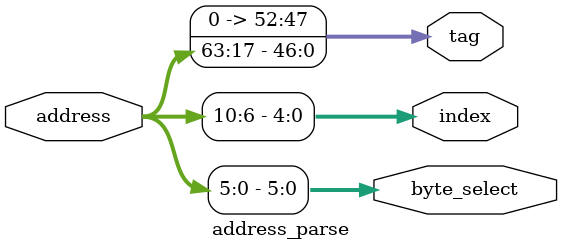
<source format=sv>
module address_parse(address, tag, index, byte_select);
//parameters to be changed depending on the architecture (in bits used to represent them)
parameter integer i_size = 64;
parameter integer d_size = 6;
parameter integer c_size = 14;
parameter integer a_size = 8;

//the defined size of an instruction
input [i_size - 1: 0]address;

//the size of the output section arrays
output [d_size - 1 : 0]byte_select;
output [(c_size - $clog2(a_size) - d_size) - 1 : 0]index;
output [i_size - (c_size - d_size - $clog2(a_size)) - d_size - 1 : 0]tag;

//assign different sections of the data to each output
assign byte_select = address[d_size - 1 : 0];
assign index = address[(c_size - $clog2(a_size)) + d_size - 1 : d_size];
assign tag = address[i_size - 1 : (c_size - $clog2(a_size)) + d_size];

endmodule

</source>
